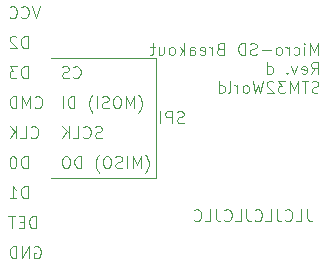
<source format=gbr>
%TF.GenerationSoftware,KiCad,Pcbnew,9.0.2+dfsg-1*%
%TF.CreationDate,2025-06-16T15:36:48+08:00*%
%TF.ProjectId,sd,73642e6b-6963-4616-945f-706362585858,d*%
%TF.SameCoordinates,Original*%
%TF.FileFunction,Legend,Bot*%
%TF.FilePolarity,Positive*%
%FSLAX46Y46*%
G04 Gerber Fmt 4.6, Leading zero omitted, Abs format (unit mm)*
G04 Created by KiCad (PCBNEW 9.0.2+dfsg-1) date 2025-06-16 15:36:48*
%MOMM*%
%LPD*%
G01*
G04 APERTURE LIST*
%ADD10C,0.100000*%
G04 APERTURE END LIST*
D10*
X161925000Y-99060000D02*
X153035000Y-99060000D01*
X161925000Y-88900000D02*
X161925000Y-99060000D01*
X160020000Y-88900000D02*
X161925000Y-88900000D01*
X153035000Y-88900000D02*
X160020000Y-88900000D01*
X151290789Y-95612180D02*
X151338408Y-95659800D01*
X151338408Y-95659800D02*
X151481265Y-95707419D01*
X151481265Y-95707419D02*
X151576503Y-95707419D01*
X151576503Y-95707419D02*
X151719360Y-95659800D01*
X151719360Y-95659800D02*
X151814598Y-95564561D01*
X151814598Y-95564561D02*
X151862217Y-95469323D01*
X151862217Y-95469323D02*
X151909836Y-95278847D01*
X151909836Y-95278847D02*
X151909836Y-95135990D01*
X151909836Y-95135990D02*
X151862217Y-94945514D01*
X151862217Y-94945514D02*
X151814598Y-94850276D01*
X151814598Y-94850276D02*
X151719360Y-94755038D01*
X151719360Y-94755038D02*
X151576503Y-94707419D01*
X151576503Y-94707419D02*
X151481265Y-94707419D01*
X151481265Y-94707419D02*
X151338408Y-94755038D01*
X151338408Y-94755038D02*
X151290789Y-94802657D01*
X150386027Y-95707419D02*
X150862217Y-95707419D01*
X150862217Y-95707419D02*
X150862217Y-94707419D01*
X150052693Y-95707419D02*
X150052693Y-94707419D01*
X149481265Y-95707419D02*
X149909836Y-95135990D01*
X149481265Y-94707419D02*
X150052693Y-95278847D01*
X151624122Y-93072180D02*
X151671741Y-93119800D01*
X151671741Y-93119800D02*
X151814598Y-93167419D01*
X151814598Y-93167419D02*
X151909836Y-93167419D01*
X151909836Y-93167419D02*
X152052693Y-93119800D01*
X152052693Y-93119800D02*
X152147931Y-93024561D01*
X152147931Y-93024561D02*
X152195550Y-92929323D01*
X152195550Y-92929323D02*
X152243169Y-92738847D01*
X152243169Y-92738847D02*
X152243169Y-92595990D01*
X152243169Y-92595990D02*
X152195550Y-92405514D01*
X152195550Y-92405514D02*
X152147931Y-92310276D01*
X152147931Y-92310276D02*
X152052693Y-92215038D01*
X152052693Y-92215038D02*
X151909836Y-92167419D01*
X151909836Y-92167419D02*
X151814598Y-92167419D01*
X151814598Y-92167419D02*
X151671741Y-92215038D01*
X151671741Y-92215038D02*
X151624122Y-92262657D01*
X151195550Y-93167419D02*
X151195550Y-92167419D01*
X151195550Y-92167419D02*
X150862217Y-92881704D01*
X150862217Y-92881704D02*
X150528884Y-92167419D01*
X150528884Y-92167419D02*
X150528884Y-93167419D01*
X150052693Y-93167419D02*
X150052693Y-92167419D01*
X150052693Y-92167419D02*
X149814598Y-92167419D01*
X149814598Y-92167419D02*
X149671741Y-92215038D01*
X149671741Y-92215038D02*
X149576503Y-92310276D01*
X149576503Y-92310276D02*
X149528884Y-92405514D01*
X149528884Y-92405514D02*
X149481265Y-92595990D01*
X149481265Y-92595990D02*
X149481265Y-92738847D01*
X149481265Y-92738847D02*
X149528884Y-92929323D01*
X149528884Y-92929323D02*
X149576503Y-93024561D01*
X149576503Y-93024561D02*
X149671741Y-93119800D01*
X149671741Y-93119800D02*
X149814598Y-93167419D01*
X149814598Y-93167419D02*
X150052693Y-93167419D01*
X160402455Y-93548371D02*
X160450074Y-93500752D01*
X160450074Y-93500752D02*
X160545312Y-93357895D01*
X160545312Y-93357895D02*
X160592931Y-93262657D01*
X160592931Y-93262657D02*
X160640550Y-93119800D01*
X160640550Y-93119800D02*
X160688169Y-92881704D01*
X160688169Y-92881704D02*
X160688169Y-92691228D01*
X160688169Y-92691228D02*
X160640550Y-92453133D01*
X160640550Y-92453133D02*
X160592931Y-92310276D01*
X160592931Y-92310276D02*
X160545312Y-92215038D01*
X160545312Y-92215038D02*
X160450074Y-92072180D01*
X160450074Y-92072180D02*
X160402455Y-92024561D01*
X160021502Y-93167419D02*
X160021502Y-92167419D01*
X160021502Y-92167419D02*
X159688169Y-92881704D01*
X159688169Y-92881704D02*
X159354836Y-92167419D01*
X159354836Y-92167419D02*
X159354836Y-93167419D01*
X158688169Y-92167419D02*
X158497693Y-92167419D01*
X158497693Y-92167419D02*
X158402455Y-92215038D01*
X158402455Y-92215038D02*
X158307217Y-92310276D01*
X158307217Y-92310276D02*
X158259598Y-92500752D01*
X158259598Y-92500752D02*
X158259598Y-92834085D01*
X158259598Y-92834085D02*
X158307217Y-93024561D01*
X158307217Y-93024561D02*
X158402455Y-93119800D01*
X158402455Y-93119800D02*
X158497693Y-93167419D01*
X158497693Y-93167419D02*
X158688169Y-93167419D01*
X158688169Y-93167419D02*
X158783407Y-93119800D01*
X158783407Y-93119800D02*
X158878645Y-93024561D01*
X158878645Y-93024561D02*
X158926264Y-92834085D01*
X158926264Y-92834085D02*
X158926264Y-92500752D01*
X158926264Y-92500752D02*
X158878645Y-92310276D01*
X158878645Y-92310276D02*
X158783407Y-92215038D01*
X158783407Y-92215038D02*
X158688169Y-92167419D01*
X157878645Y-93119800D02*
X157735788Y-93167419D01*
X157735788Y-93167419D02*
X157497693Y-93167419D01*
X157497693Y-93167419D02*
X157402455Y-93119800D01*
X157402455Y-93119800D02*
X157354836Y-93072180D01*
X157354836Y-93072180D02*
X157307217Y-92976942D01*
X157307217Y-92976942D02*
X157307217Y-92881704D01*
X157307217Y-92881704D02*
X157354836Y-92786466D01*
X157354836Y-92786466D02*
X157402455Y-92738847D01*
X157402455Y-92738847D02*
X157497693Y-92691228D01*
X157497693Y-92691228D02*
X157688169Y-92643609D01*
X157688169Y-92643609D02*
X157783407Y-92595990D01*
X157783407Y-92595990D02*
X157831026Y-92548371D01*
X157831026Y-92548371D02*
X157878645Y-92453133D01*
X157878645Y-92453133D02*
X157878645Y-92357895D01*
X157878645Y-92357895D02*
X157831026Y-92262657D01*
X157831026Y-92262657D02*
X157783407Y-92215038D01*
X157783407Y-92215038D02*
X157688169Y-92167419D01*
X157688169Y-92167419D02*
X157450074Y-92167419D01*
X157450074Y-92167419D02*
X157307217Y-92215038D01*
X156878645Y-93167419D02*
X156878645Y-92167419D01*
X156497693Y-93548371D02*
X156450074Y-93500752D01*
X156450074Y-93500752D02*
X156354836Y-93357895D01*
X156354836Y-93357895D02*
X156307217Y-93262657D01*
X156307217Y-93262657D02*
X156259598Y-93119800D01*
X156259598Y-93119800D02*
X156211979Y-92881704D01*
X156211979Y-92881704D02*
X156211979Y-92691228D01*
X156211979Y-92691228D02*
X156259598Y-92453133D01*
X156259598Y-92453133D02*
X156307217Y-92310276D01*
X156307217Y-92310276D02*
X156354836Y-92215038D01*
X156354836Y-92215038D02*
X156450074Y-92072180D01*
X156450074Y-92072180D02*
X156497693Y-92024561D01*
X154973883Y-93167419D02*
X154973883Y-92167419D01*
X154973883Y-92167419D02*
X154735788Y-92167419D01*
X154735788Y-92167419D02*
X154592931Y-92215038D01*
X154592931Y-92215038D02*
X154497693Y-92310276D01*
X154497693Y-92310276D02*
X154450074Y-92405514D01*
X154450074Y-92405514D02*
X154402455Y-92595990D01*
X154402455Y-92595990D02*
X154402455Y-92738847D01*
X154402455Y-92738847D02*
X154450074Y-92929323D01*
X154450074Y-92929323D02*
X154497693Y-93024561D01*
X154497693Y-93024561D02*
X154592931Y-93119800D01*
X154592931Y-93119800D02*
X154735788Y-93167419D01*
X154735788Y-93167419D02*
X154973883Y-93167419D01*
X153973883Y-93167419D02*
X153973883Y-92167419D01*
X151005074Y-90627419D02*
X151005074Y-89627419D01*
X151005074Y-89627419D02*
X150766979Y-89627419D01*
X150766979Y-89627419D02*
X150624122Y-89675038D01*
X150624122Y-89675038D02*
X150528884Y-89770276D01*
X150528884Y-89770276D02*
X150481265Y-89865514D01*
X150481265Y-89865514D02*
X150433646Y-90055990D01*
X150433646Y-90055990D02*
X150433646Y-90198847D01*
X150433646Y-90198847D02*
X150481265Y-90389323D01*
X150481265Y-90389323D02*
X150528884Y-90484561D01*
X150528884Y-90484561D02*
X150624122Y-90579800D01*
X150624122Y-90579800D02*
X150766979Y-90627419D01*
X150766979Y-90627419D02*
X151005074Y-90627419D01*
X150100312Y-89627419D02*
X149481265Y-89627419D01*
X149481265Y-89627419D02*
X149814598Y-90008371D01*
X149814598Y-90008371D02*
X149671741Y-90008371D01*
X149671741Y-90008371D02*
X149576503Y-90055990D01*
X149576503Y-90055990D02*
X149528884Y-90103609D01*
X149528884Y-90103609D02*
X149481265Y-90198847D01*
X149481265Y-90198847D02*
X149481265Y-90436942D01*
X149481265Y-90436942D02*
X149528884Y-90532180D01*
X149528884Y-90532180D02*
X149576503Y-90579800D01*
X149576503Y-90579800D02*
X149671741Y-90627419D01*
X149671741Y-90627419D02*
X149957455Y-90627419D01*
X149957455Y-90627419D02*
X150052693Y-90579800D01*
X150052693Y-90579800D02*
X150100312Y-90532180D01*
X174670401Y-101742419D02*
X174670401Y-102456704D01*
X174670401Y-102456704D02*
X174718020Y-102599561D01*
X174718020Y-102599561D02*
X174813258Y-102694800D01*
X174813258Y-102694800D02*
X174956115Y-102742419D01*
X174956115Y-102742419D02*
X175051353Y-102742419D01*
X173718020Y-102742419D02*
X174194210Y-102742419D01*
X174194210Y-102742419D02*
X174194210Y-101742419D01*
X172813258Y-102647180D02*
X172860877Y-102694800D01*
X172860877Y-102694800D02*
X173003734Y-102742419D01*
X173003734Y-102742419D02*
X173098972Y-102742419D01*
X173098972Y-102742419D02*
X173241829Y-102694800D01*
X173241829Y-102694800D02*
X173337067Y-102599561D01*
X173337067Y-102599561D02*
X173384686Y-102504323D01*
X173384686Y-102504323D02*
X173432305Y-102313847D01*
X173432305Y-102313847D02*
X173432305Y-102170990D01*
X173432305Y-102170990D02*
X173384686Y-101980514D01*
X173384686Y-101980514D02*
X173337067Y-101885276D01*
X173337067Y-101885276D02*
X173241829Y-101790038D01*
X173241829Y-101790038D02*
X173098972Y-101742419D01*
X173098972Y-101742419D02*
X173003734Y-101742419D01*
X173003734Y-101742419D02*
X172860877Y-101790038D01*
X172860877Y-101790038D02*
X172813258Y-101837657D01*
X172098972Y-101742419D02*
X172098972Y-102456704D01*
X172098972Y-102456704D02*
X172146591Y-102599561D01*
X172146591Y-102599561D02*
X172241829Y-102694800D01*
X172241829Y-102694800D02*
X172384686Y-102742419D01*
X172384686Y-102742419D02*
X172479924Y-102742419D01*
X171146591Y-102742419D02*
X171622781Y-102742419D01*
X171622781Y-102742419D02*
X171622781Y-101742419D01*
X170241829Y-102647180D02*
X170289448Y-102694800D01*
X170289448Y-102694800D02*
X170432305Y-102742419D01*
X170432305Y-102742419D02*
X170527543Y-102742419D01*
X170527543Y-102742419D02*
X170670400Y-102694800D01*
X170670400Y-102694800D02*
X170765638Y-102599561D01*
X170765638Y-102599561D02*
X170813257Y-102504323D01*
X170813257Y-102504323D02*
X170860876Y-102313847D01*
X170860876Y-102313847D02*
X170860876Y-102170990D01*
X170860876Y-102170990D02*
X170813257Y-101980514D01*
X170813257Y-101980514D02*
X170765638Y-101885276D01*
X170765638Y-101885276D02*
X170670400Y-101790038D01*
X170670400Y-101790038D02*
X170527543Y-101742419D01*
X170527543Y-101742419D02*
X170432305Y-101742419D01*
X170432305Y-101742419D02*
X170289448Y-101790038D01*
X170289448Y-101790038D02*
X170241829Y-101837657D01*
X169527543Y-101742419D02*
X169527543Y-102456704D01*
X169527543Y-102456704D02*
X169575162Y-102599561D01*
X169575162Y-102599561D02*
X169670400Y-102694800D01*
X169670400Y-102694800D02*
X169813257Y-102742419D01*
X169813257Y-102742419D02*
X169908495Y-102742419D01*
X168575162Y-102742419D02*
X169051352Y-102742419D01*
X169051352Y-102742419D02*
X169051352Y-101742419D01*
X167670400Y-102647180D02*
X167718019Y-102694800D01*
X167718019Y-102694800D02*
X167860876Y-102742419D01*
X167860876Y-102742419D02*
X167956114Y-102742419D01*
X167956114Y-102742419D02*
X168098971Y-102694800D01*
X168098971Y-102694800D02*
X168194209Y-102599561D01*
X168194209Y-102599561D02*
X168241828Y-102504323D01*
X168241828Y-102504323D02*
X168289447Y-102313847D01*
X168289447Y-102313847D02*
X168289447Y-102170990D01*
X168289447Y-102170990D02*
X168241828Y-101980514D01*
X168241828Y-101980514D02*
X168194209Y-101885276D01*
X168194209Y-101885276D02*
X168098971Y-101790038D01*
X168098971Y-101790038D02*
X167956114Y-101742419D01*
X167956114Y-101742419D02*
X167860876Y-101742419D01*
X167860876Y-101742419D02*
X167718019Y-101790038D01*
X167718019Y-101790038D02*
X167670400Y-101837657D01*
X166956114Y-101742419D02*
X166956114Y-102456704D01*
X166956114Y-102456704D02*
X167003733Y-102599561D01*
X167003733Y-102599561D02*
X167098971Y-102694800D01*
X167098971Y-102694800D02*
X167241828Y-102742419D01*
X167241828Y-102742419D02*
X167337066Y-102742419D01*
X166003733Y-102742419D02*
X166479923Y-102742419D01*
X166479923Y-102742419D02*
X166479923Y-101742419D01*
X165098971Y-102647180D02*
X165146590Y-102694800D01*
X165146590Y-102694800D02*
X165289447Y-102742419D01*
X165289447Y-102742419D02*
X165384685Y-102742419D01*
X165384685Y-102742419D02*
X165527542Y-102694800D01*
X165527542Y-102694800D02*
X165622780Y-102599561D01*
X165622780Y-102599561D02*
X165670399Y-102504323D01*
X165670399Y-102504323D02*
X165718018Y-102313847D01*
X165718018Y-102313847D02*
X165718018Y-102170990D01*
X165718018Y-102170990D02*
X165670399Y-101980514D01*
X165670399Y-101980514D02*
X165622780Y-101885276D01*
X165622780Y-101885276D02*
X165527542Y-101790038D01*
X165527542Y-101790038D02*
X165384685Y-101742419D01*
X165384685Y-101742419D02*
X165289447Y-101742419D01*
X165289447Y-101742419D02*
X165146590Y-101790038D01*
X165146590Y-101790038D02*
X165098971Y-101837657D01*
X157307217Y-95659800D02*
X157164360Y-95707419D01*
X157164360Y-95707419D02*
X156926265Y-95707419D01*
X156926265Y-95707419D02*
X156831027Y-95659800D01*
X156831027Y-95659800D02*
X156783408Y-95612180D01*
X156783408Y-95612180D02*
X156735789Y-95516942D01*
X156735789Y-95516942D02*
X156735789Y-95421704D01*
X156735789Y-95421704D02*
X156783408Y-95326466D01*
X156783408Y-95326466D02*
X156831027Y-95278847D01*
X156831027Y-95278847D02*
X156926265Y-95231228D01*
X156926265Y-95231228D02*
X157116741Y-95183609D01*
X157116741Y-95183609D02*
X157211979Y-95135990D01*
X157211979Y-95135990D02*
X157259598Y-95088371D01*
X157259598Y-95088371D02*
X157307217Y-94993133D01*
X157307217Y-94993133D02*
X157307217Y-94897895D01*
X157307217Y-94897895D02*
X157259598Y-94802657D01*
X157259598Y-94802657D02*
X157211979Y-94755038D01*
X157211979Y-94755038D02*
X157116741Y-94707419D01*
X157116741Y-94707419D02*
X156878646Y-94707419D01*
X156878646Y-94707419D02*
X156735789Y-94755038D01*
X155735789Y-95612180D02*
X155783408Y-95659800D01*
X155783408Y-95659800D02*
X155926265Y-95707419D01*
X155926265Y-95707419D02*
X156021503Y-95707419D01*
X156021503Y-95707419D02*
X156164360Y-95659800D01*
X156164360Y-95659800D02*
X156259598Y-95564561D01*
X156259598Y-95564561D02*
X156307217Y-95469323D01*
X156307217Y-95469323D02*
X156354836Y-95278847D01*
X156354836Y-95278847D02*
X156354836Y-95135990D01*
X156354836Y-95135990D02*
X156307217Y-94945514D01*
X156307217Y-94945514D02*
X156259598Y-94850276D01*
X156259598Y-94850276D02*
X156164360Y-94755038D01*
X156164360Y-94755038D02*
X156021503Y-94707419D01*
X156021503Y-94707419D02*
X155926265Y-94707419D01*
X155926265Y-94707419D02*
X155783408Y-94755038D01*
X155783408Y-94755038D02*
X155735789Y-94802657D01*
X154831027Y-95707419D02*
X155307217Y-95707419D01*
X155307217Y-95707419D02*
X155307217Y-94707419D01*
X154497693Y-95707419D02*
X154497693Y-94707419D01*
X153926265Y-95707419D02*
X154354836Y-95135990D01*
X153926265Y-94707419D02*
X154497693Y-95278847D01*
X151005074Y-100787419D02*
X151005074Y-99787419D01*
X151005074Y-99787419D02*
X150766979Y-99787419D01*
X150766979Y-99787419D02*
X150624122Y-99835038D01*
X150624122Y-99835038D02*
X150528884Y-99930276D01*
X150528884Y-99930276D02*
X150481265Y-100025514D01*
X150481265Y-100025514D02*
X150433646Y-100215990D01*
X150433646Y-100215990D02*
X150433646Y-100358847D01*
X150433646Y-100358847D02*
X150481265Y-100549323D01*
X150481265Y-100549323D02*
X150528884Y-100644561D01*
X150528884Y-100644561D02*
X150624122Y-100739800D01*
X150624122Y-100739800D02*
X150766979Y-100787419D01*
X150766979Y-100787419D02*
X151005074Y-100787419D01*
X149481265Y-100787419D02*
X150052693Y-100787419D01*
X149766979Y-100787419D02*
X149766979Y-99787419D01*
X149766979Y-99787419D02*
X149862217Y-99930276D01*
X149862217Y-99930276D02*
X149957455Y-100025514D01*
X149957455Y-100025514D02*
X150052693Y-100073133D01*
X160973884Y-98628371D02*
X161021503Y-98580752D01*
X161021503Y-98580752D02*
X161116741Y-98437895D01*
X161116741Y-98437895D02*
X161164360Y-98342657D01*
X161164360Y-98342657D02*
X161211979Y-98199800D01*
X161211979Y-98199800D02*
X161259598Y-97961704D01*
X161259598Y-97961704D02*
X161259598Y-97771228D01*
X161259598Y-97771228D02*
X161211979Y-97533133D01*
X161211979Y-97533133D02*
X161164360Y-97390276D01*
X161164360Y-97390276D02*
X161116741Y-97295038D01*
X161116741Y-97295038D02*
X161021503Y-97152180D01*
X161021503Y-97152180D02*
X160973884Y-97104561D01*
X160592931Y-98247419D02*
X160592931Y-97247419D01*
X160592931Y-97247419D02*
X160259598Y-97961704D01*
X160259598Y-97961704D02*
X159926265Y-97247419D01*
X159926265Y-97247419D02*
X159926265Y-98247419D01*
X159450074Y-98247419D02*
X159450074Y-97247419D01*
X159021503Y-98199800D02*
X158878646Y-98247419D01*
X158878646Y-98247419D02*
X158640551Y-98247419D01*
X158640551Y-98247419D02*
X158545313Y-98199800D01*
X158545313Y-98199800D02*
X158497694Y-98152180D01*
X158497694Y-98152180D02*
X158450075Y-98056942D01*
X158450075Y-98056942D02*
X158450075Y-97961704D01*
X158450075Y-97961704D02*
X158497694Y-97866466D01*
X158497694Y-97866466D02*
X158545313Y-97818847D01*
X158545313Y-97818847D02*
X158640551Y-97771228D01*
X158640551Y-97771228D02*
X158831027Y-97723609D01*
X158831027Y-97723609D02*
X158926265Y-97675990D01*
X158926265Y-97675990D02*
X158973884Y-97628371D01*
X158973884Y-97628371D02*
X159021503Y-97533133D01*
X159021503Y-97533133D02*
X159021503Y-97437895D01*
X159021503Y-97437895D02*
X158973884Y-97342657D01*
X158973884Y-97342657D02*
X158926265Y-97295038D01*
X158926265Y-97295038D02*
X158831027Y-97247419D01*
X158831027Y-97247419D02*
X158592932Y-97247419D01*
X158592932Y-97247419D02*
X158450075Y-97295038D01*
X157831027Y-97247419D02*
X157640551Y-97247419D01*
X157640551Y-97247419D02*
X157545313Y-97295038D01*
X157545313Y-97295038D02*
X157450075Y-97390276D01*
X157450075Y-97390276D02*
X157402456Y-97580752D01*
X157402456Y-97580752D02*
X157402456Y-97914085D01*
X157402456Y-97914085D02*
X157450075Y-98104561D01*
X157450075Y-98104561D02*
X157545313Y-98199800D01*
X157545313Y-98199800D02*
X157640551Y-98247419D01*
X157640551Y-98247419D02*
X157831027Y-98247419D01*
X157831027Y-98247419D02*
X157926265Y-98199800D01*
X157926265Y-98199800D02*
X158021503Y-98104561D01*
X158021503Y-98104561D02*
X158069122Y-97914085D01*
X158069122Y-97914085D02*
X158069122Y-97580752D01*
X158069122Y-97580752D02*
X158021503Y-97390276D01*
X158021503Y-97390276D02*
X157926265Y-97295038D01*
X157926265Y-97295038D02*
X157831027Y-97247419D01*
X157069122Y-98628371D02*
X157021503Y-98580752D01*
X157021503Y-98580752D02*
X156926265Y-98437895D01*
X156926265Y-98437895D02*
X156878646Y-98342657D01*
X156878646Y-98342657D02*
X156831027Y-98199800D01*
X156831027Y-98199800D02*
X156783408Y-97961704D01*
X156783408Y-97961704D02*
X156783408Y-97771228D01*
X156783408Y-97771228D02*
X156831027Y-97533133D01*
X156831027Y-97533133D02*
X156878646Y-97390276D01*
X156878646Y-97390276D02*
X156926265Y-97295038D01*
X156926265Y-97295038D02*
X157021503Y-97152180D01*
X157021503Y-97152180D02*
X157069122Y-97104561D01*
X155545312Y-98247419D02*
X155545312Y-97247419D01*
X155545312Y-97247419D02*
X155307217Y-97247419D01*
X155307217Y-97247419D02*
X155164360Y-97295038D01*
X155164360Y-97295038D02*
X155069122Y-97390276D01*
X155069122Y-97390276D02*
X155021503Y-97485514D01*
X155021503Y-97485514D02*
X154973884Y-97675990D01*
X154973884Y-97675990D02*
X154973884Y-97818847D01*
X154973884Y-97818847D02*
X155021503Y-98009323D01*
X155021503Y-98009323D02*
X155069122Y-98104561D01*
X155069122Y-98104561D02*
X155164360Y-98199800D01*
X155164360Y-98199800D02*
X155307217Y-98247419D01*
X155307217Y-98247419D02*
X155545312Y-98247419D01*
X154354836Y-97247419D02*
X154164360Y-97247419D01*
X154164360Y-97247419D02*
X154069122Y-97295038D01*
X154069122Y-97295038D02*
X153973884Y-97390276D01*
X153973884Y-97390276D02*
X153926265Y-97580752D01*
X153926265Y-97580752D02*
X153926265Y-97914085D01*
X153926265Y-97914085D02*
X153973884Y-98104561D01*
X153973884Y-98104561D02*
X154069122Y-98199800D01*
X154069122Y-98199800D02*
X154164360Y-98247419D01*
X154164360Y-98247419D02*
X154354836Y-98247419D01*
X154354836Y-98247419D02*
X154450074Y-98199800D01*
X154450074Y-98199800D02*
X154545312Y-98104561D01*
X154545312Y-98104561D02*
X154592931Y-97914085D01*
X154592931Y-97914085D02*
X154592931Y-97580752D01*
X154592931Y-97580752D02*
X154545312Y-97390276D01*
X154545312Y-97390276D02*
X154450074Y-97295038D01*
X154450074Y-97295038D02*
X154354836Y-97247419D01*
X154878646Y-90532180D02*
X154926265Y-90579800D01*
X154926265Y-90579800D02*
X155069122Y-90627419D01*
X155069122Y-90627419D02*
X155164360Y-90627419D01*
X155164360Y-90627419D02*
X155307217Y-90579800D01*
X155307217Y-90579800D02*
X155402455Y-90484561D01*
X155402455Y-90484561D02*
X155450074Y-90389323D01*
X155450074Y-90389323D02*
X155497693Y-90198847D01*
X155497693Y-90198847D02*
X155497693Y-90055990D01*
X155497693Y-90055990D02*
X155450074Y-89865514D01*
X155450074Y-89865514D02*
X155402455Y-89770276D01*
X155402455Y-89770276D02*
X155307217Y-89675038D01*
X155307217Y-89675038D02*
X155164360Y-89627419D01*
X155164360Y-89627419D02*
X155069122Y-89627419D01*
X155069122Y-89627419D02*
X154926265Y-89675038D01*
X154926265Y-89675038D02*
X154878646Y-89722657D01*
X154497693Y-90579800D02*
X154354836Y-90627419D01*
X154354836Y-90627419D02*
X154116741Y-90627419D01*
X154116741Y-90627419D02*
X154021503Y-90579800D01*
X154021503Y-90579800D02*
X153973884Y-90532180D01*
X153973884Y-90532180D02*
X153926265Y-90436942D01*
X153926265Y-90436942D02*
X153926265Y-90341704D01*
X153926265Y-90341704D02*
X153973884Y-90246466D01*
X153973884Y-90246466D02*
X154021503Y-90198847D01*
X154021503Y-90198847D02*
X154116741Y-90151228D01*
X154116741Y-90151228D02*
X154307217Y-90103609D01*
X154307217Y-90103609D02*
X154402455Y-90055990D01*
X154402455Y-90055990D02*
X154450074Y-90008371D01*
X154450074Y-90008371D02*
X154497693Y-89913133D01*
X154497693Y-89913133D02*
X154497693Y-89817895D01*
X154497693Y-89817895D02*
X154450074Y-89722657D01*
X154450074Y-89722657D02*
X154402455Y-89675038D01*
X154402455Y-89675038D02*
X154307217Y-89627419D01*
X154307217Y-89627419D02*
X154069122Y-89627419D01*
X154069122Y-89627419D02*
X153926265Y-89675038D01*
X151719360Y-103327419D02*
X151719360Y-102327419D01*
X151719360Y-102327419D02*
X151481265Y-102327419D01*
X151481265Y-102327419D02*
X151338408Y-102375038D01*
X151338408Y-102375038D02*
X151243170Y-102470276D01*
X151243170Y-102470276D02*
X151195551Y-102565514D01*
X151195551Y-102565514D02*
X151147932Y-102755990D01*
X151147932Y-102755990D02*
X151147932Y-102898847D01*
X151147932Y-102898847D02*
X151195551Y-103089323D01*
X151195551Y-103089323D02*
X151243170Y-103184561D01*
X151243170Y-103184561D02*
X151338408Y-103279800D01*
X151338408Y-103279800D02*
X151481265Y-103327419D01*
X151481265Y-103327419D02*
X151719360Y-103327419D01*
X150719360Y-102803609D02*
X150386027Y-102803609D01*
X150243170Y-103327419D02*
X150719360Y-103327419D01*
X150719360Y-103327419D02*
X150719360Y-102327419D01*
X150719360Y-102327419D02*
X150243170Y-102327419D01*
X149957455Y-102327419D02*
X149386027Y-102327419D01*
X149671741Y-103327419D02*
X149671741Y-102327419D01*
X164228883Y-94389800D02*
X164086026Y-94437419D01*
X164086026Y-94437419D02*
X163847931Y-94437419D01*
X163847931Y-94437419D02*
X163752693Y-94389800D01*
X163752693Y-94389800D02*
X163705074Y-94342180D01*
X163705074Y-94342180D02*
X163657455Y-94246942D01*
X163657455Y-94246942D02*
X163657455Y-94151704D01*
X163657455Y-94151704D02*
X163705074Y-94056466D01*
X163705074Y-94056466D02*
X163752693Y-94008847D01*
X163752693Y-94008847D02*
X163847931Y-93961228D01*
X163847931Y-93961228D02*
X164038407Y-93913609D01*
X164038407Y-93913609D02*
X164133645Y-93865990D01*
X164133645Y-93865990D02*
X164181264Y-93818371D01*
X164181264Y-93818371D02*
X164228883Y-93723133D01*
X164228883Y-93723133D02*
X164228883Y-93627895D01*
X164228883Y-93627895D02*
X164181264Y-93532657D01*
X164181264Y-93532657D02*
X164133645Y-93485038D01*
X164133645Y-93485038D02*
X164038407Y-93437419D01*
X164038407Y-93437419D02*
X163800312Y-93437419D01*
X163800312Y-93437419D02*
X163657455Y-93485038D01*
X163228883Y-94437419D02*
X163228883Y-93437419D01*
X163228883Y-93437419D02*
X162847931Y-93437419D01*
X162847931Y-93437419D02*
X162752693Y-93485038D01*
X162752693Y-93485038D02*
X162705074Y-93532657D01*
X162705074Y-93532657D02*
X162657455Y-93627895D01*
X162657455Y-93627895D02*
X162657455Y-93770752D01*
X162657455Y-93770752D02*
X162705074Y-93865990D01*
X162705074Y-93865990D02*
X162752693Y-93913609D01*
X162752693Y-93913609D02*
X162847931Y-93961228D01*
X162847931Y-93961228D02*
X163228883Y-93961228D01*
X162228883Y-94437419D02*
X162228883Y-93437419D01*
X152052693Y-84547419D02*
X151719360Y-85547419D01*
X151719360Y-85547419D02*
X151386027Y-84547419D01*
X150481265Y-85452180D02*
X150528884Y-85499800D01*
X150528884Y-85499800D02*
X150671741Y-85547419D01*
X150671741Y-85547419D02*
X150766979Y-85547419D01*
X150766979Y-85547419D02*
X150909836Y-85499800D01*
X150909836Y-85499800D02*
X151005074Y-85404561D01*
X151005074Y-85404561D02*
X151052693Y-85309323D01*
X151052693Y-85309323D02*
X151100312Y-85118847D01*
X151100312Y-85118847D02*
X151100312Y-84975990D01*
X151100312Y-84975990D02*
X151052693Y-84785514D01*
X151052693Y-84785514D02*
X151005074Y-84690276D01*
X151005074Y-84690276D02*
X150909836Y-84595038D01*
X150909836Y-84595038D02*
X150766979Y-84547419D01*
X150766979Y-84547419D02*
X150671741Y-84547419D01*
X150671741Y-84547419D02*
X150528884Y-84595038D01*
X150528884Y-84595038D02*
X150481265Y-84642657D01*
X149481265Y-85452180D02*
X149528884Y-85499800D01*
X149528884Y-85499800D02*
X149671741Y-85547419D01*
X149671741Y-85547419D02*
X149766979Y-85547419D01*
X149766979Y-85547419D02*
X149909836Y-85499800D01*
X149909836Y-85499800D02*
X150005074Y-85404561D01*
X150005074Y-85404561D02*
X150052693Y-85309323D01*
X150052693Y-85309323D02*
X150100312Y-85118847D01*
X150100312Y-85118847D02*
X150100312Y-84975990D01*
X150100312Y-84975990D02*
X150052693Y-84785514D01*
X150052693Y-84785514D02*
X150005074Y-84690276D01*
X150005074Y-84690276D02*
X149909836Y-84595038D01*
X149909836Y-84595038D02*
X149766979Y-84547419D01*
X149766979Y-84547419D02*
X149671741Y-84547419D01*
X149671741Y-84547419D02*
X149528884Y-84595038D01*
X149528884Y-84595038D02*
X149481265Y-84642657D01*
X151576503Y-104915038D02*
X151671741Y-104867419D01*
X151671741Y-104867419D02*
X151814598Y-104867419D01*
X151814598Y-104867419D02*
X151957455Y-104915038D01*
X151957455Y-104915038D02*
X152052693Y-105010276D01*
X152052693Y-105010276D02*
X152100312Y-105105514D01*
X152100312Y-105105514D02*
X152147931Y-105295990D01*
X152147931Y-105295990D02*
X152147931Y-105438847D01*
X152147931Y-105438847D02*
X152100312Y-105629323D01*
X152100312Y-105629323D02*
X152052693Y-105724561D01*
X152052693Y-105724561D02*
X151957455Y-105819800D01*
X151957455Y-105819800D02*
X151814598Y-105867419D01*
X151814598Y-105867419D02*
X151719360Y-105867419D01*
X151719360Y-105867419D02*
X151576503Y-105819800D01*
X151576503Y-105819800D02*
X151528884Y-105772180D01*
X151528884Y-105772180D02*
X151528884Y-105438847D01*
X151528884Y-105438847D02*
X151719360Y-105438847D01*
X151100312Y-105867419D02*
X151100312Y-104867419D01*
X151100312Y-104867419D02*
X150528884Y-105867419D01*
X150528884Y-105867419D02*
X150528884Y-104867419D01*
X150052693Y-105867419D02*
X150052693Y-104867419D01*
X150052693Y-104867419D02*
X149814598Y-104867419D01*
X149814598Y-104867419D02*
X149671741Y-104915038D01*
X149671741Y-104915038D02*
X149576503Y-105010276D01*
X149576503Y-105010276D02*
X149528884Y-105105514D01*
X149528884Y-105105514D02*
X149481265Y-105295990D01*
X149481265Y-105295990D02*
X149481265Y-105438847D01*
X149481265Y-105438847D02*
X149528884Y-105629323D01*
X149528884Y-105629323D02*
X149576503Y-105724561D01*
X149576503Y-105724561D02*
X149671741Y-105819800D01*
X149671741Y-105819800D02*
X149814598Y-105867419D01*
X149814598Y-105867419D02*
X150052693Y-105867419D01*
X175591115Y-88672419D02*
X175591115Y-87672419D01*
X175591115Y-87672419D02*
X175257782Y-88386704D01*
X175257782Y-88386704D02*
X174924449Y-87672419D01*
X174924449Y-87672419D02*
X174924449Y-88672419D01*
X174448258Y-88672419D02*
X174448258Y-88005752D01*
X174448258Y-87672419D02*
X174495877Y-87720038D01*
X174495877Y-87720038D02*
X174448258Y-87767657D01*
X174448258Y-87767657D02*
X174400639Y-87720038D01*
X174400639Y-87720038D02*
X174448258Y-87672419D01*
X174448258Y-87672419D02*
X174448258Y-87767657D01*
X173543497Y-88624800D02*
X173638735Y-88672419D01*
X173638735Y-88672419D02*
X173829211Y-88672419D01*
X173829211Y-88672419D02*
X173924449Y-88624800D01*
X173924449Y-88624800D02*
X173972068Y-88577180D01*
X173972068Y-88577180D02*
X174019687Y-88481942D01*
X174019687Y-88481942D02*
X174019687Y-88196228D01*
X174019687Y-88196228D02*
X173972068Y-88100990D01*
X173972068Y-88100990D02*
X173924449Y-88053371D01*
X173924449Y-88053371D02*
X173829211Y-88005752D01*
X173829211Y-88005752D02*
X173638735Y-88005752D01*
X173638735Y-88005752D02*
X173543497Y-88053371D01*
X173114925Y-88672419D02*
X173114925Y-88005752D01*
X173114925Y-88196228D02*
X173067306Y-88100990D01*
X173067306Y-88100990D02*
X173019687Y-88053371D01*
X173019687Y-88053371D02*
X172924449Y-88005752D01*
X172924449Y-88005752D02*
X172829211Y-88005752D01*
X172353020Y-88672419D02*
X172448258Y-88624800D01*
X172448258Y-88624800D02*
X172495877Y-88577180D01*
X172495877Y-88577180D02*
X172543496Y-88481942D01*
X172543496Y-88481942D02*
X172543496Y-88196228D01*
X172543496Y-88196228D02*
X172495877Y-88100990D01*
X172495877Y-88100990D02*
X172448258Y-88053371D01*
X172448258Y-88053371D02*
X172353020Y-88005752D01*
X172353020Y-88005752D02*
X172210163Y-88005752D01*
X172210163Y-88005752D02*
X172114925Y-88053371D01*
X172114925Y-88053371D02*
X172067306Y-88100990D01*
X172067306Y-88100990D02*
X172019687Y-88196228D01*
X172019687Y-88196228D02*
X172019687Y-88481942D01*
X172019687Y-88481942D02*
X172067306Y-88577180D01*
X172067306Y-88577180D02*
X172114925Y-88624800D01*
X172114925Y-88624800D02*
X172210163Y-88672419D01*
X172210163Y-88672419D02*
X172353020Y-88672419D01*
X171591115Y-88291466D02*
X170829211Y-88291466D01*
X170400639Y-88624800D02*
X170257782Y-88672419D01*
X170257782Y-88672419D02*
X170019687Y-88672419D01*
X170019687Y-88672419D02*
X169924449Y-88624800D01*
X169924449Y-88624800D02*
X169876830Y-88577180D01*
X169876830Y-88577180D02*
X169829211Y-88481942D01*
X169829211Y-88481942D02*
X169829211Y-88386704D01*
X169829211Y-88386704D02*
X169876830Y-88291466D01*
X169876830Y-88291466D02*
X169924449Y-88243847D01*
X169924449Y-88243847D02*
X170019687Y-88196228D01*
X170019687Y-88196228D02*
X170210163Y-88148609D01*
X170210163Y-88148609D02*
X170305401Y-88100990D01*
X170305401Y-88100990D02*
X170353020Y-88053371D01*
X170353020Y-88053371D02*
X170400639Y-87958133D01*
X170400639Y-87958133D02*
X170400639Y-87862895D01*
X170400639Y-87862895D02*
X170353020Y-87767657D01*
X170353020Y-87767657D02*
X170305401Y-87720038D01*
X170305401Y-87720038D02*
X170210163Y-87672419D01*
X170210163Y-87672419D02*
X169972068Y-87672419D01*
X169972068Y-87672419D02*
X169829211Y-87720038D01*
X169400639Y-88672419D02*
X169400639Y-87672419D01*
X169400639Y-87672419D02*
X169162544Y-87672419D01*
X169162544Y-87672419D02*
X169019687Y-87720038D01*
X169019687Y-87720038D02*
X168924449Y-87815276D01*
X168924449Y-87815276D02*
X168876830Y-87910514D01*
X168876830Y-87910514D02*
X168829211Y-88100990D01*
X168829211Y-88100990D02*
X168829211Y-88243847D01*
X168829211Y-88243847D02*
X168876830Y-88434323D01*
X168876830Y-88434323D02*
X168924449Y-88529561D01*
X168924449Y-88529561D02*
X169019687Y-88624800D01*
X169019687Y-88624800D02*
X169162544Y-88672419D01*
X169162544Y-88672419D02*
X169400639Y-88672419D01*
X167305401Y-88148609D02*
X167162544Y-88196228D01*
X167162544Y-88196228D02*
X167114925Y-88243847D01*
X167114925Y-88243847D02*
X167067306Y-88339085D01*
X167067306Y-88339085D02*
X167067306Y-88481942D01*
X167067306Y-88481942D02*
X167114925Y-88577180D01*
X167114925Y-88577180D02*
X167162544Y-88624800D01*
X167162544Y-88624800D02*
X167257782Y-88672419D01*
X167257782Y-88672419D02*
X167638734Y-88672419D01*
X167638734Y-88672419D02*
X167638734Y-87672419D01*
X167638734Y-87672419D02*
X167305401Y-87672419D01*
X167305401Y-87672419D02*
X167210163Y-87720038D01*
X167210163Y-87720038D02*
X167162544Y-87767657D01*
X167162544Y-87767657D02*
X167114925Y-87862895D01*
X167114925Y-87862895D02*
X167114925Y-87958133D01*
X167114925Y-87958133D02*
X167162544Y-88053371D01*
X167162544Y-88053371D02*
X167210163Y-88100990D01*
X167210163Y-88100990D02*
X167305401Y-88148609D01*
X167305401Y-88148609D02*
X167638734Y-88148609D01*
X166638734Y-88672419D02*
X166638734Y-88005752D01*
X166638734Y-88196228D02*
X166591115Y-88100990D01*
X166591115Y-88100990D02*
X166543496Y-88053371D01*
X166543496Y-88053371D02*
X166448258Y-88005752D01*
X166448258Y-88005752D02*
X166353020Y-88005752D01*
X165638734Y-88624800D02*
X165733972Y-88672419D01*
X165733972Y-88672419D02*
X165924448Y-88672419D01*
X165924448Y-88672419D02*
X166019686Y-88624800D01*
X166019686Y-88624800D02*
X166067305Y-88529561D01*
X166067305Y-88529561D02*
X166067305Y-88148609D01*
X166067305Y-88148609D02*
X166019686Y-88053371D01*
X166019686Y-88053371D02*
X165924448Y-88005752D01*
X165924448Y-88005752D02*
X165733972Y-88005752D01*
X165733972Y-88005752D02*
X165638734Y-88053371D01*
X165638734Y-88053371D02*
X165591115Y-88148609D01*
X165591115Y-88148609D02*
X165591115Y-88243847D01*
X165591115Y-88243847D02*
X166067305Y-88339085D01*
X164733972Y-88672419D02*
X164733972Y-88148609D01*
X164733972Y-88148609D02*
X164781591Y-88053371D01*
X164781591Y-88053371D02*
X164876829Y-88005752D01*
X164876829Y-88005752D02*
X165067305Y-88005752D01*
X165067305Y-88005752D02*
X165162543Y-88053371D01*
X164733972Y-88624800D02*
X164829210Y-88672419D01*
X164829210Y-88672419D02*
X165067305Y-88672419D01*
X165067305Y-88672419D02*
X165162543Y-88624800D01*
X165162543Y-88624800D02*
X165210162Y-88529561D01*
X165210162Y-88529561D02*
X165210162Y-88434323D01*
X165210162Y-88434323D02*
X165162543Y-88339085D01*
X165162543Y-88339085D02*
X165067305Y-88291466D01*
X165067305Y-88291466D02*
X164829210Y-88291466D01*
X164829210Y-88291466D02*
X164733972Y-88243847D01*
X164257781Y-88672419D02*
X164257781Y-87672419D01*
X164162543Y-88291466D02*
X163876829Y-88672419D01*
X163876829Y-88005752D02*
X164257781Y-88386704D01*
X163305400Y-88672419D02*
X163400638Y-88624800D01*
X163400638Y-88624800D02*
X163448257Y-88577180D01*
X163448257Y-88577180D02*
X163495876Y-88481942D01*
X163495876Y-88481942D02*
X163495876Y-88196228D01*
X163495876Y-88196228D02*
X163448257Y-88100990D01*
X163448257Y-88100990D02*
X163400638Y-88053371D01*
X163400638Y-88053371D02*
X163305400Y-88005752D01*
X163305400Y-88005752D02*
X163162543Y-88005752D01*
X163162543Y-88005752D02*
X163067305Y-88053371D01*
X163067305Y-88053371D02*
X163019686Y-88100990D01*
X163019686Y-88100990D02*
X162972067Y-88196228D01*
X162972067Y-88196228D02*
X162972067Y-88481942D01*
X162972067Y-88481942D02*
X163019686Y-88577180D01*
X163019686Y-88577180D02*
X163067305Y-88624800D01*
X163067305Y-88624800D02*
X163162543Y-88672419D01*
X163162543Y-88672419D02*
X163305400Y-88672419D01*
X162114924Y-88005752D02*
X162114924Y-88672419D01*
X162543495Y-88005752D02*
X162543495Y-88529561D01*
X162543495Y-88529561D02*
X162495876Y-88624800D01*
X162495876Y-88624800D02*
X162400638Y-88672419D01*
X162400638Y-88672419D02*
X162257781Y-88672419D01*
X162257781Y-88672419D02*
X162162543Y-88624800D01*
X162162543Y-88624800D02*
X162114924Y-88577180D01*
X161781590Y-88005752D02*
X161400638Y-88005752D01*
X161638733Y-87672419D02*
X161638733Y-88529561D01*
X161638733Y-88529561D02*
X161591114Y-88624800D01*
X161591114Y-88624800D02*
X161495876Y-88672419D01*
X161495876Y-88672419D02*
X161400638Y-88672419D01*
X175019687Y-90282363D02*
X175353020Y-89806172D01*
X175591115Y-90282363D02*
X175591115Y-89282363D01*
X175591115Y-89282363D02*
X175210163Y-89282363D01*
X175210163Y-89282363D02*
X175114925Y-89329982D01*
X175114925Y-89329982D02*
X175067306Y-89377601D01*
X175067306Y-89377601D02*
X175019687Y-89472839D01*
X175019687Y-89472839D02*
X175019687Y-89615696D01*
X175019687Y-89615696D02*
X175067306Y-89710934D01*
X175067306Y-89710934D02*
X175114925Y-89758553D01*
X175114925Y-89758553D02*
X175210163Y-89806172D01*
X175210163Y-89806172D02*
X175591115Y-89806172D01*
X174210163Y-90234744D02*
X174305401Y-90282363D01*
X174305401Y-90282363D02*
X174495877Y-90282363D01*
X174495877Y-90282363D02*
X174591115Y-90234744D01*
X174591115Y-90234744D02*
X174638734Y-90139505D01*
X174638734Y-90139505D02*
X174638734Y-89758553D01*
X174638734Y-89758553D02*
X174591115Y-89663315D01*
X174591115Y-89663315D02*
X174495877Y-89615696D01*
X174495877Y-89615696D02*
X174305401Y-89615696D01*
X174305401Y-89615696D02*
X174210163Y-89663315D01*
X174210163Y-89663315D02*
X174162544Y-89758553D01*
X174162544Y-89758553D02*
X174162544Y-89853791D01*
X174162544Y-89853791D02*
X174638734Y-89949029D01*
X173829210Y-89615696D02*
X173591115Y-90282363D01*
X173591115Y-90282363D02*
X173353020Y-89615696D01*
X172972067Y-90187124D02*
X172924448Y-90234744D01*
X172924448Y-90234744D02*
X172972067Y-90282363D01*
X172972067Y-90282363D02*
X173019686Y-90234744D01*
X173019686Y-90234744D02*
X172972067Y-90187124D01*
X172972067Y-90187124D02*
X172972067Y-90282363D01*
X171305401Y-90282363D02*
X171305401Y-89282363D01*
X171305401Y-90234744D02*
X171400639Y-90282363D01*
X171400639Y-90282363D02*
X171591115Y-90282363D01*
X171591115Y-90282363D02*
X171686353Y-90234744D01*
X171686353Y-90234744D02*
X171733972Y-90187124D01*
X171733972Y-90187124D02*
X171781591Y-90091886D01*
X171781591Y-90091886D02*
X171781591Y-89806172D01*
X171781591Y-89806172D02*
X171733972Y-89710934D01*
X171733972Y-89710934D02*
X171686353Y-89663315D01*
X171686353Y-89663315D02*
X171591115Y-89615696D01*
X171591115Y-89615696D02*
X171400639Y-89615696D01*
X171400639Y-89615696D02*
X171305401Y-89663315D01*
X175638734Y-91844688D02*
X175495877Y-91892307D01*
X175495877Y-91892307D02*
X175257782Y-91892307D01*
X175257782Y-91892307D02*
X175162544Y-91844688D01*
X175162544Y-91844688D02*
X175114925Y-91797068D01*
X175114925Y-91797068D02*
X175067306Y-91701830D01*
X175067306Y-91701830D02*
X175067306Y-91606592D01*
X175067306Y-91606592D02*
X175114925Y-91511354D01*
X175114925Y-91511354D02*
X175162544Y-91463735D01*
X175162544Y-91463735D02*
X175257782Y-91416116D01*
X175257782Y-91416116D02*
X175448258Y-91368497D01*
X175448258Y-91368497D02*
X175543496Y-91320878D01*
X175543496Y-91320878D02*
X175591115Y-91273259D01*
X175591115Y-91273259D02*
X175638734Y-91178021D01*
X175638734Y-91178021D02*
X175638734Y-91082783D01*
X175638734Y-91082783D02*
X175591115Y-90987545D01*
X175591115Y-90987545D02*
X175543496Y-90939926D01*
X175543496Y-90939926D02*
X175448258Y-90892307D01*
X175448258Y-90892307D02*
X175210163Y-90892307D01*
X175210163Y-90892307D02*
X175067306Y-90939926D01*
X174781591Y-90892307D02*
X174210163Y-90892307D01*
X174495877Y-91892307D02*
X174495877Y-90892307D01*
X173876829Y-91892307D02*
X173876829Y-90892307D01*
X173876829Y-90892307D02*
X173543496Y-91606592D01*
X173543496Y-91606592D02*
X173210163Y-90892307D01*
X173210163Y-90892307D02*
X173210163Y-91892307D01*
X172829210Y-90892307D02*
X172210163Y-90892307D01*
X172210163Y-90892307D02*
X172543496Y-91273259D01*
X172543496Y-91273259D02*
X172400639Y-91273259D01*
X172400639Y-91273259D02*
X172305401Y-91320878D01*
X172305401Y-91320878D02*
X172257782Y-91368497D01*
X172257782Y-91368497D02*
X172210163Y-91463735D01*
X172210163Y-91463735D02*
X172210163Y-91701830D01*
X172210163Y-91701830D02*
X172257782Y-91797068D01*
X172257782Y-91797068D02*
X172305401Y-91844688D01*
X172305401Y-91844688D02*
X172400639Y-91892307D01*
X172400639Y-91892307D02*
X172686353Y-91892307D01*
X172686353Y-91892307D02*
X172781591Y-91844688D01*
X172781591Y-91844688D02*
X172829210Y-91797068D01*
X171829210Y-90987545D02*
X171781591Y-90939926D01*
X171781591Y-90939926D02*
X171686353Y-90892307D01*
X171686353Y-90892307D02*
X171448258Y-90892307D01*
X171448258Y-90892307D02*
X171353020Y-90939926D01*
X171353020Y-90939926D02*
X171305401Y-90987545D01*
X171305401Y-90987545D02*
X171257782Y-91082783D01*
X171257782Y-91082783D02*
X171257782Y-91178021D01*
X171257782Y-91178021D02*
X171305401Y-91320878D01*
X171305401Y-91320878D02*
X171876829Y-91892307D01*
X171876829Y-91892307D02*
X171257782Y-91892307D01*
X170924448Y-90892307D02*
X170686353Y-91892307D01*
X170686353Y-91892307D02*
X170495877Y-91178021D01*
X170495877Y-91178021D02*
X170305401Y-91892307D01*
X170305401Y-91892307D02*
X170067306Y-90892307D01*
X169543496Y-91892307D02*
X169638734Y-91844688D01*
X169638734Y-91844688D02*
X169686353Y-91797068D01*
X169686353Y-91797068D02*
X169733972Y-91701830D01*
X169733972Y-91701830D02*
X169733972Y-91416116D01*
X169733972Y-91416116D02*
X169686353Y-91320878D01*
X169686353Y-91320878D02*
X169638734Y-91273259D01*
X169638734Y-91273259D02*
X169543496Y-91225640D01*
X169543496Y-91225640D02*
X169400639Y-91225640D01*
X169400639Y-91225640D02*
X169305401Y-91273259D01*
X169305401Y-91273259D02*
X169257782Y-91320878D01*
X169257782Y-91320878D02*
X169210163Y-91416116D01*
X169210163Y-91416116D02*
X169210163Y-91701830D01*
X169210163Y-91701830D02*
X169257782Y-91797068D01*
X169257782Y-91797068D02*
X169305401Y-91844688D01*
X169305401Y-91844688D02*
X169400639Y-91892307D01*
X169400639Y-91892307D02*
X169543496Y-91892307D01*
X168781591Y-91892307D02*
X168781591Y-91225640D01*
X168781591Y-91416116D02*
X168733972Y-91320878D01*
X168733972Y-91320878D02*
X168686353Y-91273259D01*
X168686353Y-91273259D02*
X168591115Y-91225640D01*
X168591115Y-91225640D02*
X168495877Y-91225640D01*
X168019686Y-91892307D02*
X168114924Y-91844688D01*
X168114924Y-91844688D02*
X168162543Y-91749449D01*
X168162543Y-91749449D02*
X168162543Y-90892307D01*
X167210162Y-91892307D02*
X167210162Y-90892307D01*
X167210162Y-91844688D02*
X167305400Y-91892307D01*
X167305400Y-91892307D02*
X167495876Y-91892307D01*
X167495876Y-91892307D02*
X167591114Y-91844688D01*
X167591114Y-91844688D02*
X167638733Y-91797068D01*
X167638733Y-91797068D02*
X167686352Y-91701830D01*
X167686352Y-91701830D02*
X167686352Y-91416116D01*
X167686352Y-91416116D02*
X167638733Y-91320878D01*
X167638733Y-91320878D02*
X167591114Y-91273259D01*
X167591114Y-91273259D02*
X167495876Y-91225640D01*
X167495876Y-91225640D02*
X167305400Y-91225640D01*
X167305400Y-91225640D02*
X167210162Y-91273259D01*
X151005074Y-98247419D02*
X151005074Y-97247419D01*
X151005074Y-97247419D02*
X150766979Y-97247419D01*
X150766979Y-97247419D02*
X150624122Y-97295038D01*
X150624122Y-97295038D02*
X150528884Y-97390276D01*
X150528884Y-97390276D02*
X150481265Y-97485514D01*
X150481265Y-97485514D02*
X150433646Y-97675990D01*
X150433646Y-97675990D02*
X150433646Y-97818847D01*
X150433646Y-97818847D02*
X150481265Y-98009323D01*
X150481265Y-98009323D02*
X150528884Y-98104561D01*
X150528884Y-98104561D02*
X150624122Y-98199800D01*
X150624122Y-98199800D02*
X150766979Y-98247419D01*
X150766979Y-98247419D02*
X151005074Y-98247419D01*
X149814598Y-97247419D02*
X149719360Y-97247419D01*
X149719360Y-97247419D02*
X149624122Y-97295038D01*
X149624122Y-97295038D02*
X149576503Y-97342657D01*
X149576503Y-97342657D02*
X149528884Y-97437895D01*
X149528884Y-97437895D02*
X149481265Y-97628371D01*
X149481265Y-97628371D02*
X149481265Y-97866466D01*
X149481265Y-97866466D02*
X149528884Y-98056942D01*
X149528884Y-98056942D02*
X149576503Y-98152180D01*
X149576503Y-98152180D02*
X149624122Y-98199800D01*
X149624122Y-98199800D02*
X149719360Y-98247419D01*
X149719360Y-98247419D02*
X149814598Y-98247419D01*
X149814598Y-98247419D02*
X149909836Y-98199800D01*
X149909836Y-98199800D02*
X149957455Y-98152180D01*
X149957455Y-98152180D02*
X150005074Y-98056942D01*
X150005074Y-98056942D02*
X150052693Y-97866466D01*
X150052693Y-97866466D02*
X150052693Y-97628371D01*
X150052693Y-97628371D02*
X150005074Y-97437895D01*
X150005074Y-97437895D02*
X149957455Y-97342657D01*
X149957455Y-97342657D02*
X149909836Y-97295038D01*
X149909836Y-97295038D02*
X149814598Y-97247419D01*
X151005074Y-88087419D02*
X151005074Y-87087419D01*
X151005074Y-87087419D02*
X150766979Y-87087419D01*
X150766979Y-87087419D02*
X150624122Y-87135038D01*
X150624122Y-87135038D02*
X150528884Y-87230276D01*
X150528884Y-87230276D02*
X150481265Y-87325514D01*
X150481265Y-87325514D02*
X150433646Y-87515990D01*
X150433646Y-87515990D02*
X150433646Y-87658847D01*
X150433646Y-87658847D02*
X150481265Y-87849323D01*
X150481265Y-87849323D02*
X150528884Y-87944561D01*
X150528884Y-87944561D02*
X150624122Y-88039800D01*
X150624122Y-88039800D02*
X150766979Y-88087419D01*
X150766979Y-88087419D02*
X151005074Y-88087419D01*
X150052693Y-87182657D02*
X150005074Y-87135038D01*
X150005074Y-87135038D02*
X149909836Y-87087419D01*
X149909836Y-87087419D02*
X149671741Y-87087419D01*
X149671741Y-87087419D02*
X149576503Y-87135038D01*
X149576503Y-87135038D02*
X149528884Y-87182657D01*
X149528884Y-87182657D02*
X149481265Y-87277895D01*
X149481265Y-87277895D02*
X149481265Y-87373133D01*
X149481265Y-87373133D02*
X149528884Y-87515990D01*
X149528884Y-87515990D02*
X150100312Y-88087419D01*
X150100312Y-88087419D02*
X149481265Y-88087419D01*
M02*

</source>
